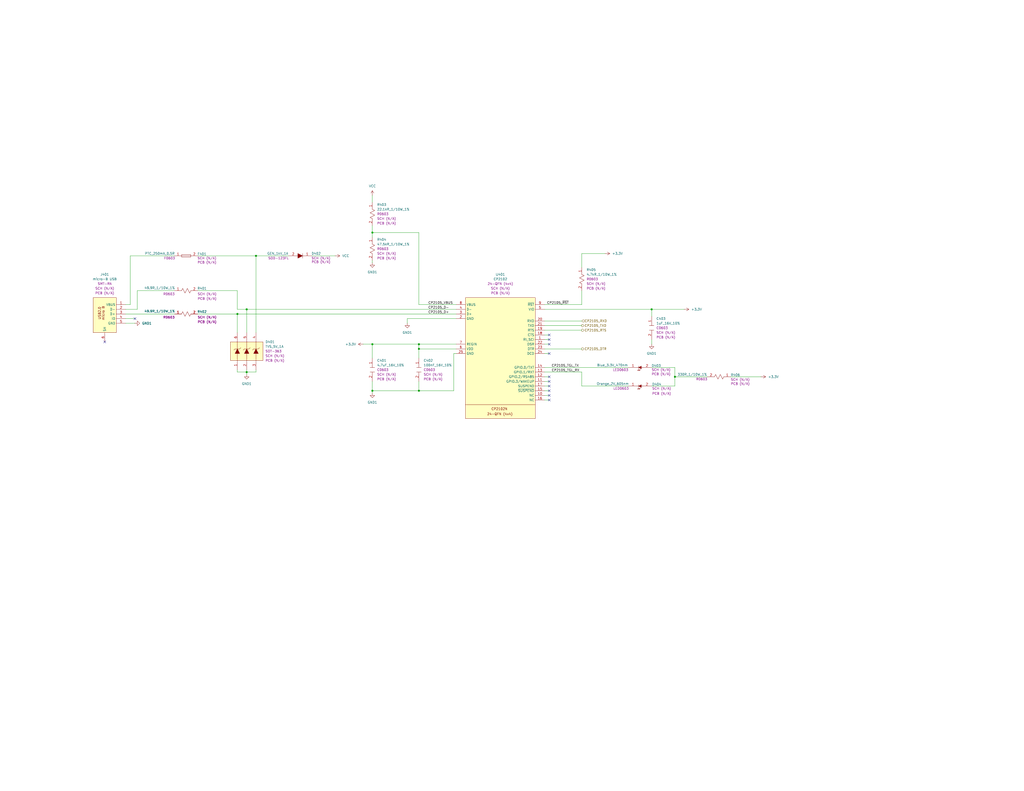
<source format=kicad_sch>
(kicad_sch (version 20231120) (generator "eeschema") (generator_version "8.0")
  (paper "C")
  (title_block (comment 2 "RELEASED"))
  (lib_symbols
    (symbol "_SCHLIB_ESP32-IsoLink:CAP_MLCC_100nF_16V_10%_X7R_C0603" (exclude_from_sim yes)
      (property "Reference" "C" (at 2.794 3.81 0))
      (property "Value" "100nF_16V_10%" (at 2.794 6.096 0))
      (property "Package" "C0603" (at 2.794 11.43 0))
      (property "SCH CHECK" "SCH (N/A)" (at 2.794 16.256 0))
      (property "PCB CHECk" "PCB (N/A)" (at 2.794 19.05 0))
      (symbol "CAP_MLCC_100nF_16V_10%_X7R_C0603_1_1"
        (pin passive line (at 0 0 0) (length 5.08) (name "") (number "1"))
        (pin passive line (at 12.7 0 180) (length 5.08) (name "") (number "2"))
      )
    )
    (symbol "_SCHLIB_ESP32-IsoLink:CAP_MLCC_1uF_16V_10%_X7R_C0603" (exclude_from_sim yes)
      (property "Reference" "C" (at 2.794 3.81 0))
      (property "Value" "1uF_16V_10%" (at 2.794 6.096 0))
      (property "Package" "C0603" (at 2.794 11.43 0))
      (property "SCH CHECK" "SCH (N/A)" (at 2.794 16.256 0))
      (property "PCB CHECk" "PCB (N/A)" (at 2.794 19.05 0))
      (symbol "CAP_MLCC_1uF_16V_10%_X7R_C0603_1_1"
        (pin passive line (at 0 0 0) (length 5.08) (name "") (number "1"))
        (pin passive line (at 12.7 0 180) (length 5.08) (name "") (number "2"))
      )
    )
    (symbol "_SCHLIB_ESP32-IsoLink:CAP_MLCC_4.7uF_16V_10%_X5R_C0603" (exclude_from_sim yes)
      (property "Reference" "C" (at 2.794 3.81 0))
      (property "Value" "4.7uF_16V_10%" (at 2.794 6.096 0))
      (property "Package" "C0603" (at 2.794 11.43 0))
      (property "SCH CHECK" "SCH (N/A)" (at 2.794 16.256 0))
      (property "PCB CHECk" "PCB (N/A)" (at 2.794 19.05 0))
      (symbol "CAP_MLCC_4.7uF_16V_10%_X5R_C0603_1_1"
        (pin passive line (at 0 0 0) (length 5.08) (name "") (number "1"))
        (pin passive line (at 12.7 0 180) (length 5.08) (name "") (number "2"))
      )
    )
    (symbol "_SCHLIB_ESP32-IsoLink:CONN_USB_10118194-0001LF_micro-B_USB2.0_5P_SMT-RA" (exclude_from_sim yes)
      (property "Reference" "J" (at 2.794 3.81 0))
      (property "Value" "micro-B USB" (at 2.794 6.096 0))
      (property "Package" "SMT-RA" (at 2.794 11.43 0))
      (property "SCH CHECK" "SCH (N/A)" (at 2.794 16.256 0))
      (property "PCB CHECk" "PCB (N/A)" (at 2.794 19.05 0))
      (symbol "CONN_USB_10118194-0001LF_micro-B_USB2.0_5P_SMT-RA_1_1"
        (text "USB2.0\nmicro B" (at 4.572 -8.382 900) (effects (font (size 1.27 1.27))))
        (pin passive line (at 17.78 -3.81 180) (length 5.08) (name "VBUS") (number "1"))
        (pin passive line (at 17.78 -6.35 180) (length 5.08) (name "D-") (number "2"))
        (pin passive line (at 17.78 -8.89 180) (length 5.08) (name "D+") (number "3"))
        (pin passive line (at 17.78 -11.43 180) (length 5.08) (name "ID") (number "4"))
        (pin passive line (at 17.78 -13.97 180) (length 5.08) (name "GND") (number "5"))
        (pin passive line (at 6.35 -24.13 90) (length 5.08) (name "SH") (number "6"))
      )
    )
    (symbol "_SCHLIB_ESP32-IsoLink:DIODE_GEN_SL1M_1kV_1A_1.1V@1A_SOD-123FL" (exclude_from_sim yes)
      (property "Reference" "D" (at 2.794 3.81 0))
      (property "Value" "GEN_1kV_1A" (at 2.794 6.096 0))
      (property "Package" "SOD-123FL" (at 2.794 11.43 0))
      (property "SCH CHECK" "SCH (N/A)" (at 2.794 16.256 0))
      (property "PCB CHECk" "PCB (N/A)" (at 2.794 19.05 0))
      (symbol "DIODE_GEN_SL1M_1kV_1A_1.1V@1A_SOD-123FL_1_1"
        (pin passive line (at 12.7 0 180) (length 5.08) (name "") (number "1"))
        (pin passive line (at 0 0 0) (length 5.08) (name "") (number "2"))
      )
    )
    (symbol "_SCHLIB_ESP32-IsoLink:DIODE_LED_Blue_3.3V_20mA_470nm_LED0603" (exclude_from_sim yes)
      (property "Reference" "D" (at 2.794 3.81 0))
      (property "Value" "Blue_3.3V_470nm" (at 2.794 6.096 0))
      (property "Package" "LED0603" (at 2.794 11.43 0))
      (property "SCH CHECK" "SCH (N/A)" (at 2.794 16.256 0))
      (property "PCB CHECk" "PCB (N/A)" (at 2.794 19.05 0))
      (symbol "DIODE_LED_Blue_3.3V_20mA_470nm_LED0603_1_1"
        (pin passive line (at 12.7 0 180) (length 5.08) (name "") (number "1"))
        (pin passive line (at 0 0 0) (length 5.08) (name "") (number "2"))
      )
    )
    (symbol "_SCHLIB_ESP32-IsoLink:DIODE_LED_Orange_2V_20mA_605nm_LED0603" (exclude_from_sim yes)
      (property "Reference" "D" (at 2.794 3.81 0))
      (property "Value" "Orange_2V_605nm" (at 2.794 6.096 0))
      (property "Package" "LED0603" (at 2.794 11.43 0))
      (property "SCH CHECK" "SCH (N/A)" (at 2.794 16.256 0))
      (property "PCB CHECk" "PCB (N/A)" (at 2.794 19.05 0))
      (symbol "DIODE_LED_Orange_2V_20mA_605nm_LED0603_1_1"
        (pin passive line (at 12.7 0 180) (length 5.08) (name "") (number "1"))
        (pin passive line (at 0 0 0) (length 5.08) (name "") (number "2"))
      )
    )
    (symbol "_SCHLIB_ESP32-IsoLink:DIODE_TVS_PE4105C3C6_Zener_Uni-Dir_3CH_5V_6V_1A(8/20us)_SOT-363" (exclude_from_sim yes)
      (property "Reference" "D" (at 2.794 3.81 0))
      (property "Value" "TVS_5V_1A" (at 2.794 6.096 0))
      (property "Package" "SOT-363" (at 2.794 11.43 0))
      (property "SCH CHECK" "SCH (N/A)" (at 2.794 16.256 0))
      (property "PCB CHECk" "PCB (N/A)" (at 2.794 19.05 0))
      (symbol "DIODE_TVS_PE4105C3C6_Zener_Uni-Dir_3CH_5V_6V_1A(8/20us)_SOT-363_1_1"
        (pin passive line (at -5.08 -3.81 0) (length 5.08) (name "") (number "1"))
        (pin passive line (at -5.08 -8.89 0) (length 5.08) (name "") (number "2"))
        (pin passive line (at -5.08 -13.97 0) (length 5.08) (name "") (number "3"))
        (pin passive line (at 15.24 -13.97 180) (length 5.08) (name "") (number "4"))
        (pin passive line (at 15.24 -8.89 180) (length 5.08) (name "") (number "5"))
        (pin passive line (at 15.24 -3.81 180) (length 5.08) (name "") (number "6"))
      )
    )
    (symbol "_SCHLIB_ESP32-IsoLink:FUSE_PTC_SMD0603B025TF_250mA_9V_0.5Ohm_F0603" (exclude_from_sim yes)
      (property "Reference" "F" (at 2.794 3.81 0))
      (property "Value" "PTC_250mA_0.5R" (at 2.794 6.096 0))
      (property "Package" "F0603" (at 2.794 11.43 0))
      (property "SCH CHECK" "SCH (N/A)" (at 2.794 16.256 0))
      (property "PCB CHECk" "PCB (N/A)" (at 2.794 19.05 0))
      (symbol "FUSE_PTC_SMD0603B025TF_250mA_9V_0.5Ohm_F0603_1_1"
        (pin passive line (at 0 0 0) (length 3.81) (name "") (number "1"))
        (pin passive line (at 12.7 0 180) (length 3.81) (name "") (number "2"))
      )
    )
    (symbol "_SCHLIB_ESP32-IsoLink:IC_Bridge_CP2102N_USB-to-UART_USB 2.0_24-QFN (4x4)" (exclude_from_sim yes)
      (property "Reference" "U" (at 2.794 3.81 0))
      (property "Value" "CP2102" (at 2.794 6.096 0))
      (property "Package" "24-QFN (4x4)" (at 2.794 11.43 0))
      (property "SCH CHECK" "SCH (N/A)" (at 2.794 16.256 0))
      (property "PCB CHECk" "PCB (N/A)" (at 2.794 19.05 0))
      (symbol "IC_Bridge_CP2102N_USB-to-UART_USB 2.0_24-QFN (4x4)_1_0"
        (pin passive line (at -5.08 -30.48 0) (length 5.08) (name "GND") (number "25"))
      )
      (symbol "IC_Bridge_CP2102N_USB-to-UART_USB 2.0_24-QFN (4x4)_1_1"
        (text "24-QFN (4x4)" (at 18.796 -63.5 0) (effects (font (size 1.27 1.27))))
        (text "CP2102N" (at 18.542 -60.706 0) (effects (font (size 1.27 1.27))))
        (pin passive line (at 43.18 -22.86 180) (length 5.08) (name "RI_SCI") (number "1"))
        (pin passive line (at 43.18 -53.34 180) (length 5.08) (name "NC") (number "10"))
        (pin passive line (at 43.18 -45.72 180) (length 5.08) (name "GPIO.3/WAKEUP") (number "11"))
        (pin passive line (at 43.18 -43.18 180) (length 5.08) (name "GPIO.2/RS485") (number "12"))
        (pin passive line (at 43.18 -40.64 180) (length 5.08) (name "GPIO.1/RXT") (number "13"))
        (pin passive line (at 43.18 -38.1 180) (length 5.08) (name "GPIO.0/TXT") (number "14"))
        (pin passive line (at 43.18 -50.8 180) (length 5.08) (name "~{SUSPEND}") (number "15"))
        (pin passive line (at 43.18 -55.88 180) (length 5.08) (name "NC") (number "16"))
        (pin passive line (at 43.18 -48.26 180) (length 5.08) (name "SUSPEND") (number "17"))
        (pin passive line (at 43.18 -20.32 180) (length 5.08) (name "CTS") (number "18"))
        (pin passive line (at 43.18 -17.78 180) (length 5.08) (name "RTS") (number "19"))
        (pin passive line (at -5.08 -11.43 0) (length 5.08) (name "GND") (number "2"))
        (pin passive line (at 43.18 -12.7 180) (length 5.08) (name "RXD") (number "20"))
        (pin passive line (at 43.18 -15.24 180) (length 5.08) (name "TXD") (number "21"))
        (pin passive line (at 43.18 -25.4 180) (length 5.08) (name "DSR") (number "22"))
        (pin passive line (at 43.18 -27.94 180) (length 5.08) (name "DTR") (number "23"))
        (pin passive line (at 43.18 -30.48 180) (length 5.08) (name "DCD") (number "24"))
        (pin passive line (at -5.08 -8.89 0) (length 5.08) (name "D+") (number "3"))
        (pin passive line (at -5.08 -6.35 0) (length 5.08) (name "D-") (number "4"))
        (pin passive line (at 43.18 -6.35 180) (length 5.08) (name "VIO") (number "5"))
        (pin passive line (at -5.08 -27.94 0) (length 5.08) (name "VDD") (number "6"))
        (pin passive line (at -5.08 -25.4 0) (length 5.08) (name "REGIN") (number "7"))
        (pin passive line (at -5.08 -3.81 0) (length 5.08) (name "VBUS") (number "8"))
        (pin passive line (at 43.18 -3.81 180) (length 5.08) (name "~{RST}") (number "9"))
      )
    )
    (symbol "_SCHLIB_ESP32-IsoLink:RES_22.1kR_1/10W_1%_R0603" (exclude_from_sim yes)
      (property "Reference" "R" (at 2.794 3.81 0))
      (property "Value" "22.1kR_1/10W_1%" (at 2.794 6.096 0))
      (property "Package" "R0603" (at 2.794 11.43 0))
      (property "SCH CHECK" "SCH (N/A)" (at 2.794 16.256 0))
      (property "PCB CHECk" "PCB (N/A)" (at 2.794 19.05 0))
      (symbol "RES_22.1kR_1/10W_1%_R0603_1_1"
        (pin passive line (at 0 0 0) (length 3.81) (name "") (number "1"))
        (pin passive line (at 12.7 0 180) (length 3.81) (name "") (number "2"))
      )
    )
    (symbol "_SCHLIB_ESP32-IsoLink:RES_330R_1/10W_1%_R0603" (exclude_from_sim yes)
      (property "Reference" "R" (at 2.794 3.81 0))
      (property "Value" "330R_1/10W_1%" (at 2.794 6.096 0))
      (property "Package" "R0603" (at 2.794 11.43 0))
      (property "SCH CHECK" "SCH (N/A)" (at 2.794 16.256 0))
      (property "PCB CHECk" "PCB (N/A)" (at 2.794 19.05 0))
      (symbol "RES_330R_1/10W_1%_R0603_1_1"
        (pin passive line (at 0 0 0) (length 3.81) (name "") (number "1"))
        (pin passive line (at 12.7 0 180) (length 3.81) (name "") (number "2"))
      )
    )
    (symbol "_SCHLIB_ESP32-IsoLink:RES_4.7kR_1/10W_1%_R0603" (exclude_from_sim yes)
      (property "Reference" "R" (at 2.794 3.81 0))
      (property "Value" "4.7kR_1/10W_1%" (at 2.794 6.096 0))
      (property "Package" "R0603" (at 2.794 11.43 0))
      (property "SCH CHECK" "SCH (N/A)" (at 2.794 16.256 0))
      (property "PCB CHECk" "PCB (N/A)" (at 2.794 19.05 0))
      (symbol "RES_4.7kR_1/10W_1%_R0603_1_1"
        (pin passive line (at 0 0 0) (length 3.81) (name "") (number "1"))
        (pin passive line (at 12.7 0 180) (length 3.81) (name "") (number "2"))
      )
    )
    (symbol "_SCHLIB_ESP32-IsoLink:RES_47.5kR_1/10W_1%_R0603" (exclude_from_sim yes)
      (property "Reference" "R" (at 2.794 3.81 0))
      (property "Value" "47.5kR_1/10W_1%" (at 2.794 6.096 0))
      (property "Package" "R0603" (at 2.794 11.43 0))
      (property "SCH CHECK" "SCH (N/A)" (at 2.794 16.256 0))
      (property "PCB CHECk" "PCB (N/A)" (at 2.794 19.05 0))
      (symbol "RES_47.5kR_1/10W_1%_R0603_1_1"
        (pin passive line (at 0 0 0) (length 3.81) (name "") (number "1"))
        (pin passive line (at 12.7 0 180) (length 3.81) (name "") (number "2"))
      )
    )
    (symbol "_SCHLIB_ESP32-IsoLink:RES_49.9R_1/10W_1%_R0603" (exclude_from_sim yes)
      (property "Reference" "R" (at 2.794 3.81 0))
      (property "Value" "49.9R_1/10W_1%" (at 2.794 6.096 0))
      (property "Package" "R0603" (at 2.794 11.43 0))
      (property "SCH CHECK" "SCH (N/A)" (at 2.794 16.256 0))
      (property "PCB CHECk" "PCB (N/A)" (at 2.794 19.05 0))
      (symbol "RES_49.9R_1/10W_1%_R0603_1_1"
        (pin passive line (at 0 0 0) (length 3.81) (name "") (number "1"))
        (pin passive line (at 12.7 0 180) (length 3.81) (name "") (number "2"))
      )
    )
    (symbol "power:+3.3V" (power) (pin_numbers hide) (pin_names (offset 0) hide)
      (property "Value" "+3.3V" (at 0 3.556 0))
      (symbol "+3.3V_1_1"
        (pin power_in line (at 0 0 90) (length 0) (name "~") (number "1"))
      )
    )
    (symbol "power:GND1" (power) (pin_numbers hide) (pin_names (offset 0) hide)
      (property "Value" "GND1" (at 0 -3.81 0))
      (symbol "GND1_1_1"
        (pin power_in line (at 0 0 270) (length 0) (name "~") (number "1"))
      )
    )
    (symbol "power:VCC" (power) (pin_numbers hide) (pin_names (offset 0) hide)
      (property "Value" "VCC" (at 0 3.556 0))
      (symbol "VCC_1_1"
        (pin power_in line (at 0 0 90) (length 0) (name "~") (number "1"))
      )
    )
  )
  (junction (at 368.3 205.74))
  (junction (at 355.6 168.91))
  (junction (at 134.62 168.91))
  (junction (at 203.2 187.96))
  (junction (at 129.54 171.45))
  (junction (at 203.2 213.36))
  (junction (at 203.2 127))
  (junction (at 228.6 213.36))
  (junction (at 134.62 203.2))
  (junction (at 228.6 187.96))
  (junction (at 228.6 190.5))
  (junction (at 139.7 139.7))
  (no_connect (at 299.72 193.04))
  (no_connect (at 299.72 210.82))
  (no_connect (at 73.66 173.99))
  (no_connect (at 299.72 187.96))
  (no_connect (at 299.72 215.9))
  (no_connect (at 299.72 182.88))
  (no_connect (at 57.15 186.69))
  (no_connect (at 299.72 213.36))
  (no_connect (at 299.72 185.42))
  (no_connect (at 299.72 205.74))
  (no_connect (at 299.72 208.28))
  (no_connect (at 299.72 218.44))
  (wire (pts (xy 355.6 210.82) (xy 368.3 210.82)))
  (wire (pts (xy 74.93 158.75) (xy 95.25 158.75)))
  (wire (pts (xy 297.18 175.26) (xy 317.5 175.26)))
  (wire (pts (xy 139.7 203.2) (xy 134.62 203.2)))
  (wire (pts (xy 415.29 205.74) (xy 398.78 205.74)))
  (wire (pts (xy 317.5 138.43) (xy 317.5 146.05)))
  (wire (pts (xy 247.65 213.36) (xy 228.6 213.36)))
  (wire (pts (xy 297.18 177.8) (xy 317.5 177.8)))
  (wire (pts (xy 134.62 203.2) (xy 134.62 204.47)))
  (wire (pts (xy 228.6 187.96) (xy 203.2 187.96)))
  (wire (pts (xy 368.3 205.74) (xy 368.3 210.82)))
  (wire (pts (xy 299.72 185.42) (xy 297.18 185.42)))
  (wire (pts (xy 129.54 171.45) (xy 248.92 171.45)))
  (wire (pts (xy 299.72 210.82) (xy 297.18 210.82)))
  (wire (pts (xy 228.6 166.37) (xy 228.6 127)))
  (wire (pts (xy 368.3 200.66) (xy 368.3 205.74)))
  (wire (pts (xy 129.54 158.75) (xy 129.54 168.91)))
  (wire (pts (xy 203.2 127) (xy 203.2 129.54)))
  (wire (pts (xy 228.6 166.37) (xy 248.92 166.37)))
  (wire (pts (xy 73.66 173.99) (xy 68.58 173.99)))
  (wire (pts (xy 71.12 166.37) (xy 71.12 139.7)))
  (wire (pts (xy 297.18 190.5) (xy 317.5 190.5)))
  (wire (pts (xy 203.2 123.19) (xy 203.2 127)))
  (wire (pts (xy 355.6 168.91) (xy 355.6 172.72)))
  (wire (pts (xy 297.18 166.37) (xy 317.5 166.37)))
  (wire (pts (xy 203.2 143.51) (xy 203.2 142.24)))
  (wire (pts (xy 73.66 176.53) (xy 68.58 176.53)))
  (wire (pts (xy 342.9 210.82) (xy 317.5 210.82)))
  (wire (pts (xy 222.25 173.99) (xy 248.92 173.99)))
  (wire (pts (xy 222.25 176.53) (xy 222.25 173.99)))
  (wire (pts (xy 297.18 203.2) (xy 317.5 203.2)))
  (wire (pts (xy 299.72 208.28) (xy 297.18 208.28)))
  (wire (pts (xy 71.12 139.7) (xy 95.25 139.7)))
  (wire (pts (xy 203.2 127) (xy 228.6 127)))
  (wire (pts (xy 228.6 190.5) (xy 228.6 195.58)))
  (wire (pts (xy 139.7 139.7) (xy 139.7 181.61)))
  (wire (pts (xy 297.18 168.91) (xy 355.6 168.91)))
  (wire (pts (xy 228.6 190.5) (xy 248.92 190.5)))
  (wire (pts (xy 299.72 213.36) (xy 297.18 213.36)))
  (wire (pts (xy 247.65 193.04) (xy 247.65 213.36)))
  (wire (pts (xy 74.93 158.75) (xy 74.93 168.91)))
  (wire (pts (xy 203.2 213.36) (xy 203.2 214.63)))
  (wire (pts (xy 203.2 213.36) (xy 228.6 213.36)))
  (wire (pts (xy 299.72 193.04) (xy 297.18 193.04)))
  (wire (pts (xy 139.7 139.7) (xy 157.48 139.7)))
  (wire (pts (xy 355.6 187.96) (xy 355.6 185.42)))
  (wire (pts (xy 129.54 171.45) (xy 129.54 181.61)))
  (wire (pts (xy 297.18 180.34) (xy 317.5 180.34)))
  (wire (pts (xy 368.3 200.66) (xy 355.6 200.66)))
  (wire (pts (xy 129.54 203.2) (xy 134.62 203.2)))
  (wire (pts (xy 129.54 201.93) (xy 129.54 203.2)))
  (wire (pts (xy 299.72 218.44) (xy 297.18 218.44)))
  (wire (pts (xy 170.18 139.7) (xy 182.88 139.7)))
  (wire (pts (xy 107.95 139.7) (xy 139.7 139.7)))
  (wire (pts (xy 203.2 187.96) (xy 203.2 195.58)))
  (wire (pts (xy 297.18 200.66) (xy 342.9 200.66)))
  (wire (pts (xy 299.72 182.88) (xy 297.18 182.88)))
  (wire (pts (xy 134.62 168.91) (xy 134.62 181.61)))
  (wire (pts (xy 107.95 158.75) (xy 129.54 158.75)))
  (wire (pts (xy 203.2 106.68) (xy 203.2 110.49)))
  (wire (pts (xy 248.92 193.04) (xy 247.65 193.04)))
  (wire (pts (xy 317.5 158.75) (xy 317.5 166.37)))
  (wire (pts (xy 355.6 168.91) (xy 373.38 168.91)))
  (wire (pts (xy 299.72 205.74) (xy 297.18 205.74)))
  (wire (pts (xy 368.3 205.74) (xy 386.08 205.74)))
  (wire (pts (xy 198.12 187.96) (xy 203.2 187.96)))
  (wire (pts (xy 68.58 171.45) (xy 95.25 171.45)))
  (wire (pts (xy 330.2 138.43) (xy 317.5 138.43)))
  (wire (pts (xy 107.95 171.45) (xy 129.54 171.45)))
  (wire (pts (xy 248.92 187.96) (xy 228.6 187.96)))
  (wire (pts (xy 74.93 168.91) (xy 68.58 168.91)))
  (wire (pts (xy 228.6 187.96) (xy 228.6 190.5)))
  (wire (pts (xy 134.62 201.93) (xy 134.62 203.2)))
  (wire (pts (xy 68.58 166.37) (xy 71.12 166.37)))
  (wire (pts (xy 317.5 203.2) (xy 317.5 210.82)))
  (wire (pts (xy 203.2 213.36) (xy 203.2 208.28)))
  (wire (pts (xy 139.7 201.93) (xy 139.7 203.2)))
  (wire (pts (xy 299.72 187.96) (xy 297.18 187.96)))
  (wire (pts (xy 228.6 208.28) (xy 228.6 213.36)))
  (wire (pts (xy 299.72 215.9) (xy 297.18 215.9)))
  (wire (pts (xy 134.62 168.91) (xy 248.92 168.91)))
  (wire (pts (xy 129.54 168.91) (xy 134.62 168.91)))
  (label "CP2105_VBUS" (at 233.68 166.37 0))
  (label "CP2105_D+" (at 233.68 171.45 0))
  (label "CP2105_D-" (at 233.68 168.91 0))
  (label "CP2105_TGL_TX" (at 300.99 200.66 0))
  (label "CP2105_TGL_RX" (at 300.99 203.2 0))
  (label "CP2105_~{RST}" (at 298.45 166.37 0))
  (hierarchical_label "CP2105_TXD" (shape output) (at 317.5 177.8 0))
  (hierarchical_label "CP2105_RTS" (shape output) (at 317.5 180.34 0))
  (hierarchical_label "CP2105_RXD" (shape input) (at 317.5 175.26 0))
  (hierarchical_label "CP2105_DTR" (shape output) (at 317.5 190.5 0))
  (symbol (lib_id "_SCHLIB_ESP32-IsoLink:CONN_USB_10118194-0001LF_micro-B_USB2.0_5P_SMT-RA") (at 50.8 162.56 0) (unit 1) (exclude_from_sim yes)
    (property "Reference" "J401" (at 57.15 149.86 0))
    (property "Value" "micro-B USB" (at 57.15 152.4 0))
    (property "Footprint" "_PCBLIB_ESP32-IsoLink:USB_Micro-B_Amphenol_10118194_Horizontal" (effects (hide yes)))
    (property "Datasheet" "https://cdn.amphenol-cs.com/media/wysiwyg/files/documentation/datasheet/inputoutput/io_usb_micro.pdf" (effects (hide yes)))
    (property "Description" "USB - micro B USB 2.0 Receptacle Connector 5 Position Surface Mount, Right Angle; Through Hole" (effects (hide yes)))
    (property "Package" "SMT-RA" (at 57.15 154.94 0))
    (property "Manufacturer 1" "Amphenol ICC (FCI)" (effects (hide yes)))
    (property "MPN 1" "10118194-0001LF" (effects (hide yes)))
    (property "Vendor 1 Part# - TR" "609-4618-2-ND" (effects (hide yes)))
    (property "Vendor 1 Part# - CT" "609-4618-1-ND" (effects (hide yes)))
    (property "Vendor 1" "Digikey" (effects (hide yes)))
    (property "Purchase Link 1" "https://www.digikey.ca/en/products/detail/amphenol-cs-fci/10118194-0001LF/2785389" (effects (hide yes)))
    (property "Manufacturer 2" "Amphenol ICC" (effects (hide yes)))
    (property "MPN 2" "10118194-0001LF" (effects (hide yes)))
    (property "Vendor 2 Part# - TR" "C132563" (effects (hide yes)))
    (property "Vendor 2 Part# - CT" "C132563" (effects (hide yes)))
    (property "Vendor 2" "LCSC Electronics" (effects (hide yes)))
    (property "Purchase Link 2" "https://www.lcsc.com/product-detail/USB-Connectors_Amphenol-ICC-10118194-0001LF_C132563.html?s_z=n_10118194-0001LF" (effects (hide yes)))
    (property "SCH CHECK" "SCH (N/A)" (at 57.15 157.48 0))
    (property "PCB CHECk" "PCB (N/A)" (at 57.15 160.02 0))
  )
  (symbol (lib_id "_SCHLIB_ESP32-IsoLink:CAP_MLCC_1uF_16V_10%_X7R_C0603") (at 355.6 172.72 270) (unit 1) (exclude_from_sim yes)
    (property "Reference" "C403" (at 358.14 173.9899 90) (effects (justify left)))
    (property "Value" "1uF_16V_10%" (at 358.14 176.5299 90) (effects (justify left)))
    (property "Footprint" "_PCBLIB_ESP32-IsoLink:C_0603_1608Metric" (effects (hide yes)))
    (property "Datasheet" "https://weblib.samsungsem.com/mlcc/mlcc-ec-data-sheet.do?partNumber=CL10B105KO8NNN" (effects (hide yes)))
    (property "Description" "1 µF ±10% 16V Ceramic Capacitor X7R 0603 (1608 Metric)" (effects (hide yes)))
    (property "Package" "C0603" (at 358.14 179.0699 90) (effects (justify left)))
    (property "Manufacturer 1" "Samsung Electro-Mechanics" (effects (hide yes)))
    (property "MPN 1" "CL10B105KO8NNNC" (effects (hide yes)))
    (property "Vendor 1 Part# - TR" "1276-1019-2-ND" (effects (hide yes)))
    (property "Vendor 1 Part# - CT" "1276-1019-1-ND" (effects (hide yes)))
    (property "Vendor 1" "Digikey" (effects (hide yes)))
    (property "Purchase Link 1" "https://www.digikey.ca/en/products/detail/samsung-electro-mechanics/CL10B105KO8NNNC/3886677" (effects (hide yes)))
    (property "Manufacturer 2" "Samsung Electro-Mechanics" (effects (hide yes)))
    (property "MPN 2" "CL10B105KO8NNNC" (effects (hide yes)))
    (property "Vendor 2 Part# - TR" "CL10B105KO8NNNC" (effects (hide yes)))
    (property "Vendor 2 Part# - CT" "CL10B105KO8NNNC" (effects (hide yes)))
    (property "Vendor 2" "LCSC Electronics" (effects (hide yes)))
    (property "Purchase Link 2" "https://www.lcsc.com/product-detail/Multilayer-Ceramic-Capacitors-MLCC-SMD-SMT_Samsung-Electro-Mechanics-CL10B105KO8NNNC_C59782.html?s_z=n_CL10B105KO8NNNC" (effects (hide yes)))
    (property "SCH CHECK" "SCH (N/A)" (at 358.14 181.6099 90) (effects (justify left)))
    (property "PCB CHECk" "PCB (N/A)" (at 358.14 184.1499 90) (effects (justify left)))
  )
  (symbol (lib_id "_SCHLIB_ESP32-IsoLink:RES_22.1kR_1/10W_1%_R0603") (at 203.2 110.49 270) (unit 1) (exclude_from_sim yes)
    (property "Reference" "R403" (at 205.74 111.7599 90) (effects (justify left)))
    (property "Value" "22.1kR_1/10W_1%" (at 205.74 114.2999 90) (effects (justify left)))
    (property "Footprint" "_PCBLIB_ESP32-IsoLink:R_0603_1608Metric" (effects (hide yes)))
    (property "Datasheet" "https://www.seielect.com/catalog/sei-rmcf_rmcp.pdf" (effects (hide yes)))
    (property "Description" "22.1 kOhms ±1% 0.1W, 1/10W Chip Resistor 0603 (1608 Metric) Automotive AEC-Q200 Thick Film" (effects (hide yes)))
    (property "Package" "R0603" (at 205.74 116.8399 90) (effects (justify left)))
    (property "Manufacturer 1" "Stackpole Electronics Inc" (effects (hide yes)))
    (property "MPN 1" "RMCF0603FT22K1" (effects (hide yes)))
    (property "Vendor 1 Part# - TR" "RMCF0603FT22K1TR-ND" (effects (hide yes)))
    (property "Vendor 1 Part# - CT" "RMCF0603FT22K1CT-ND" (effects (hide yes)))
    (property "Vendor 1" "Digikey" (effects (hide yes)))
    (property "Purchase Link 1" "https://www.digikey.ca/en/products/detail/stackpole-electronics-inc/RMCF0603FT22K1/1760764" (effects (hide yes)))
    (property "Manufacturer 2" "YAGEO" (effects (hide yes)))
    (property "MPN 2" "RC0603FR-0722K1L" (effects (hide yes)))
    (property "Vendor 2 Part# - TR" "C137768" (effects (hide yes)))
    (property "Vendor 2 Part# - CT" "C137768" (effects (hide yes)))
    (property "Vendor 2" "LCSC Electronics" (effects (hide yes)))
    (property "Purchase Link 2" "https://www.lcsc.com/product-detail/Chip-Resistor-Surface-Mount_YAGEO-RC0603FR-0722K1L_C137768.html" (effects (hide yes)))
    (property "SCH CHECK" "SCH (N/A)" (at 205.74 119.3799 90) (effects (justify left)))
    (property "PCB CHECk" "PCB (N/A)" (at 205.74 121.9199 90) (effects (justify left)))
  )
  (symbol (lib_id "power:+3.3V") (at 330.2 138.43 270) (unit 1)
    (property "Reference" "#PWR0409" (effects (hide yes)))
    (property "Value" "+3.3V" (at 334.01 138.4299 90) (effects (justify left)))
    (property "Description" "Power symbol creates a global label with name \"+3.3V\"" (effects (hide yes)))
  )
  (symbol (lib_id "power:GND1") (at 203.2 214.63 0) (unit 1)
    (property "Reference" "#PWR0407" (effects (hide yes)))
    (property "Value" "GND1" (at 203.2 219.71 0))
    (property "Description" "Power symbol creates a global label with name \"GND1\" , ground" (effects (hide yes)))
  )
  (symbol (lib_id "power:GND1") (at 222.25 176.53 0) (unit 1)
    (property "Reference" "#PWR0408" (effects (hide yes)))
    (property "Value" "GND1" (at 222.25 181.61 0))
    (property "Description" "Power symbol creates a global label with name \"GND1\" , ground" (effects (hide yes)))
  )
  (symbol (lib_id "_SCHLIB_ESP32-IsoLink:DIODE_LED_Blue_3.3V_20mA_470nm_LED0603") (at 355.6 200.66 180) (unit 1) (exclude_from_sim yes)
    (property "Reference" "D403" (at 360.68 199.644 0) (effects (justify left)))
    (property "Value" "Blue_3.3V_470nm" (at 342.646 199.39 0) (effects (justify left)))
    (property "Footprint" "_PCBLIB_ESP32-IsoLink:LED_0603_1608Metric" (effects (hide yes)))
    (property "Datasheet" "https://mm.digikey.com/Volume0/opasdata/d220001/medias/docus/3629/B1931NB--20C007614U1930.pdf" (effects (hide yes)))
    (property "Description" "Blue 470nm LED Indication - Discrete 3.3V 0603 (1608 Metric)" (effects (hide yes)))
    (property "Package" "LED0603" (at 342.9 201.93 0) (effects (justify left)))
    (property "Manufacturer 1" "Harvatek Corporation" (effects (hide yes)))
    (property "MPN 1" "B1931NB--20C007614U1930" (effects (hide yes)))
    (property "Vendor 1 Part# - TR" "3147-B1931NB--20C007614U1930TR-ND" (effects (hide yes)))
    (property "Vendor 1 Part# - CT" "3147-B1931NB--20C007614U1930CT-ND" (effects (hide yes)))
    (property "Vendor 1" "Digikey" (effects (hide yes)))
    (property "Purchase Link 1" "https://www.digikey.ca/en/products/detail/harvatek-corporation/B1931NB-20C007614U1930/15861263" (effects (hide yes)))
    (property "Manufacturer 2" "TUOZHAN" (effects (hide yes)))
    (property "MPN 2" "F.0603.00007/P2-0603B2TS2-06T-002" (effects (hide yes)))
    (property "Vendor 2 Part# - TR" "C7496809" (effects (hide yes)))
    (property "Vendor 2 Part# - CT" "C7496809" (effects (hide yes)))
    (property "Vendor 2" "LCSC Electronics" (effects (hide yes)))
    (property "Purchase Link 2" "https://www.lcsc.com/product-detail/LED-Indication-Discrete_TUOZHAN-F-0603-00007-P2-0603B2TS2-06T-002_C7496809.html?s_z=n_LED" (effects (hide yes)))
    (property "SCH CHECK" "SCH (N/A)" (at 366.014 201.93 0) (effects (justify left)))
    (property "PCB CHECk" "PCB (N/A)" (at 366.014 204.216 0) (effects (justify left)))
  )
  (symbol (lib_id "_SCHLIB_ESP32-IsoLink:RES_330R_1/10W_1%_R0603") (at 398.78 205.74 180) (unit 1) (exclude_from_sim yes)
    (property "Reference" "R406" (at 403.86 204.724 0) (effects (justify left)))
    (property "Value" "330R_1/10W_1%" (at 385.826 204.47 0) (effects (justify left)))
    (property "Footprint" "_PCBLIB_ESP32-IsoLink:R_0603_1608Metric" (effects (hide yes)))
    (property "Datasheet" "https://www.te.com/usa-en/product-1622918-1.datasheet.pdf" (effects (hide yes)))
    (property "Description" "330 Ohms ±1% 0.1W, 1/10W Chip Resistor 0603 (1608 Metric) Thick Film" (effects (hide yes)))
    (property "Package" "R0603" (at 386.08 207.01 0) (effects (justify left)))
    (property "Manufacturer 1" "TE Connectivity Passive Product" (effects (hide yes)))
    (property "MPN 1" "CRG0603F330R" (effects (hide yes)))
    (property "Vendor 1 Part# - TR" "A121525TR-ND" (effects (hide yes)))
    (property "Vendor 1 Part# - CT" "A121525CT-ND" (effects (hide yes)))
    (property "Vendor 1" "Digikey" (effects (hide yes)))
    (property "Purchase Link 1" "https://www.digikey.ca/en/products/detail/te-connectivity-passive-product/CRG0603F330R/2380765" (effects (hide yes)))
    (property "Manufacturer 2" "YAGEO" (effects (hide yes)))
    (property "MPN 2" "RC0603FR-07330RL" (effects (hide yes)))
    (property "Vendor 2 Part# - TR" "C105881" (effects (hide yes)))
    (property "Vendor 2 Part# - CT" "C105881" (effects (hide yes)))
    (property "Vendor 2" "LCSC Electronics" (effects (hide yes)))
    (property "Purchase Link 2" "https://www.lcsc.com/product-detail/Chip-Resistor-Surface-Mount_YAGEO-RC0603FR-07330RL_C105881.html" (effects (hide yes)))
    (property "SCH CHECK" "SCH (N/A)" (at 409.194 207.264 0) (effects (justify left)))
    (property "PCB CHECk" "PCB (N/A)" (at 409.194 209.55 0) (effects (justify left)))
  )
  (symbol (lib_id "_SCHLIB_ESP32-IsoLink:DIODE_TVS_PE4105C3C6_Zener_Uni-Dir_3CH_5V_6V_1A(8/20us)_SOT-363") (at 125.73 196.85 90) (unit 1) (exclude_from_sim yes)
    (property "Reference" "D401" (at 144.78 186.6899 90) (effects (justify right)))
    (property "Value" "TVS_5V_1A" (at 144.78 189.2299 90) (effects (justify right)))
    (property "Footprint" "_PCBLIB_ESP32-IsoLink:SOT-363_SC-70-6" (effects (hide yes)))
    (property "Datasheet" "https://www.panjit.com.tw/upload/datasheet/PE4105C3C6.pdf" (effects (hide yes)))
    (property "Description" "11V Clamp 13A (8/20µs) Ipp Tvs Diode Surface Mount SOT-363" (effects (hide yes)))
    (property "Package" "SOT-363" (at 144.78 191.7699 90) (effects (justify right)))
    (property "Manufacturer 1" "Panjit International Inc." (effects (hide yes)))
    (property "MPN 1" "PE4105C3C6_R1_00001" (effects (hide yes)))
    (property "Vendor 1 Part# - TR" "3757-PE4105C3C6_R1_00001TR-ND" (effects (hide yes)))
    (property "Vendor 1 Part# - CT" "3757-PE4105C3C6_R1_00001CT-ND" (effects (hide yes)))
    (property "Vendor 1" "Digikey" (effects (hide yes)))
    (property "Purchase Link 1" "https://www.digikey.ca/en/products/detail/panjit-international-inc/PE4105C3C6-R1-00001/15797360" (effects (hide yes)))
    (property "Manufacturer 2" "Slkor(SLKORMICRO Elec.)" (effects (hide yes)))
    (property "MPN 2" "SMF05CT" (effects (hide yes)))
    (property "Vendor 2 Part# - TR" "C513475" (effects (hide yes)))
    (property "Vendor 2 Part# - CT" "C513475" (effects (hide yes)))
    (property "Vendor 2" "LCSC Electronics" (effects (hide yes)))
    (property "Purchase Link 2" "https://www.lcsc.com/product-detail/ESD-and-Surge-Protection-TVS-ESD_Slkor-SLKORMICRO-Elec-SMF05CT_C513475.html" (effects (hide yes)))
    (property "SCH CHECK" "SCH (N/A)" (at 144.78 194.3099 90) (effects (justify right)))
    (property "PCB CHECk" "PCB (N/A)" (at 144.78 196.8499 90) (effects (justify right)))
  )
  (symbol (lib_id "_SCHLIB_ESP32-IsoLink:CAP_MLCC_100nF_16V_10%_X7R_C0603") (at 228.6 195.58 270) (unit 1) (exclude_from_sim yes)
    (property "Reference" "C402" (at 231.14 196.8499 90) (effects (justify left)))
    (property "Value" "100nF_16V_10%" (at 231.14 199.3899 90) (effects (justify left)))
    (property "Footprint" "_PCBLIB_ESP32-IsoLink:C_0603_1608Metric" (effects (hide yes)))
    (property "Datasheet" "https://mm.digikey.com/Volume0/opasdata/d220001/medias/docus/609/CL10B104KO8NNNC_Spec.pdf" (effects (hide yes)))
    (property "Description" "0.1 µF ±10% 16V Ceramic Capacitor X7R 0603 (1608 Metric)" (effects (hide yes)))
    (property "Package" "C0603" (at 231.14 201.9299 90) (effects (justify left)))
    (property "Manufacturer 1" "Samsung Electro-Mechanics" (effects (hide yes)))
    (property "MPN 1" "CL10B104KO8NNNC" (effects (hide yes)))
    (property "Vendor 1 Part# - TR" "1276-1005-2-ND" (effects (hide yes)))
    (property "Vendor 1 Part# - CT" "1276-1005-1-ND" (effects (hide yes)))
    (property "Vendor 1" "Digikey" (effects (hide yes)))
    (property "Purchase Link 1" "https://www.digikey.ca/en/products/detail/samsung-electro-mechanics/CL10B104KO8NNNC/3886663" (effects (hide yes)))
    (property "Manufacturer 2" "Samsung Electro-Mechanics" (effects (hide yes)))
    (property "MPN 2" "CL10B104KO8NNNC" (effects (hide yes)))
    (property "Vendor 2 Part# - TR" "C66501" (effects (hide yes)))
    (property "Vendor 2 Part# - CT" "C66501" (effects (hide yes)))
    (property "Vendor 2" "LCSC Electronics" (effects (hide yes)))
    (property "Purchase Link 2" "https://www.lcsc.com/product-detail/Multilayer-Ceramic-Capacitors-MLCC-SMD-SMT_Samsung-Electro-Mechanics-CL10B104KO8NNNC_C66501.html?s_z=n_CL10B104KO8NNNC" (effects (hide yes)))
    (property "SCH CHECK" "SCH (N/A)" (at 231.14 204.4699 90) (effects (justify left)))
    (property "PCB CHECk" "PCB (N/A)" (at 231.14 207.0099 90) (effects (justify left)))
  )
  (symbol (lib_id "power:GND1") (at 355.6 187.96 0) (unit 1)
    (property "Reference" "#PWR0410" (effects (hide yes)))
    (property "Value" "GND1" (at 355.6 193.04 0))
    (property "Description" "Power symbol creates a global label with name \"GND1\" , ground" (effects (hide yes)))
  )
  (symbol (lib_id "_SCHLIB_ESP32-IsoLink:RES_47.5kR_1/10W_1%_R0603") (at 203.2 129.54 270) (unit 1) (exclude_from_sim yes)
    (property "Reference" "R404" (at 205.74 130.8099 90) (effects (justify left)))
    (property "Value" "47.5kR_1/10W_1%" (at 205.74 133.3499 90) (effects (justify left)))
    (property "Footprint" "_PCBLIB_ESP32-IsoLink:R_0603_1608Metric" (effects (hide yes)))
    (property "Datasheet" "https://www.seielect.com/catalog/sei-rmcf_rmcp.pdf" (effects (hide yes)))
    (property "Description" "47.5 kOhms ±1% 0.1W, 1/10W Chip Resistor 0603 (1608 Metric) Automotive AEC-Q200 Thick Film" (effects (hide yes)))
    (property "Package" "R0603" (at 205.74 135.8899 90) (effects (justify left)))
    (property "Manufacturer 1" "Stackpole Electronics Inc" (effects (hide yes)))
    (property "MPN 1" "RMCF0603FT47K5" (effects (hide yes)))
    (property "Vendor 1 Part# - TR" "RMCF0603FT47K5TR-ND" (effects (hide yes)))
    (property "Vendor 1 Part# - CT" "RMCF0603FT47K5CT-ND" (effects (hide yes)))
    (property "Vendor 1" "Digikey" (effects (hide yes)))
    (property "Purchase Link 1" "https://www.digikey.ca/en/products/detail/stackpole-electronics-inc/RMCF0603FT47K5/1761143" (effects (hide yes)))
    (property "Manufacturer 2" "YAGEO" (effects (hide yes)))
    (property "MPN 2" "RC0603FR-0747K5L" (effects (hide yes)))
    (property "Vendor 2 Part# - TR" "C137715" (effects (hide yes)))
    (property "Vendor 2 Part# - CT" "C137715" (effects (hide yes)))
    (property "Vendor 2" "LCSC Electronics" (effects (hide yes)))
    (property "Purchase Link 2" "https://www.lcsc.com/product-detail/Chip-Resistor-Surface-Mount_YAGEO-RC0603FR-0747K5L_C137715.html" (effects (hide yes)))
    (property "SCH CHECK" "SCH (N/A)" (at 205.74 138.4299 90) (effects (justify left)))
    (property "PCB CHECk" "PCB (N/A)" (at 205.74 140.9699 90) (effects (justify left)))
  )
  (symbol (lib_id "power:+3.3V") (at 373.38 168.91 270) (unit 1)
    (property "Reference" "#PWR0411" (effects (hide yes)))
    (property "Value" "+3.3V" (at 377.19 168.9099 90) (effects (justify left)))
    (property "Description" "Power symbol creates a global label with name \"+3.3V\"" (effects (hide yes)))
  )
  (symbol (lib_id "power:GND1") (at 203.2 143.51 0) (unit 1)
    (property "Reference" "#PWR0406" (effects (hide yes)))
    (property "Value" "GND1" (at 203.2 148.59 0))
    (property "Description" "Power symbol creates a global label with name \"GND1\" , ground" (effects (hide yes)))
  )
  (symbol (lib_id "power:+3.3V") (at 198.12 187.96 90) (unit 1)
    (property "Reference" "#PWR0404" (effects (hide yes)))
    (property "Value" "+3.3V" (at 194.31 187.9599 90) (effects (justify left)))
    (property "Description" "Power symbol creates a global label with name \"+3.3V\"" (effects (hide yes)))
  )
  (symbol (lib_id "_SCHLIB_ESP32-IsoLink:FUSE_PTC_SMD0603B025TF_250mA_9V_0.5Ohm_F0603") (at 95.25 139.7 0) (unit 1) (exclude_from_sim yes)
    (property "Reference" "F401" (at 107.696 138.684 0) (effects (justify left)))
    (property "Value" "PTC_250mA_0.5R" (at 78.994 138.43 0) (effects (justify left)))
    (property "Footprint" "_PCBLIB_ESP32-IsoLink:Fuse_0603_1608Metric" (effects (hide yes)))
    (property "Datasheet" "https://www.yageo.com/upload/media/product/productsearch/datasheet/cpc/pptc/SMD0603_1.pdf" (effects (hide yes)))
    (property "Description" "Polymeric PTC Resettable Fuse 9V 250 mA Ih Surface Mount 0603 (1608 Metric), Concave" (effects (hide yes)))
    (property "Package" "F0603" (at 89.408 140.97 0) (effects (justify left)))
    (property "Manufacturer 1" "YAGEO" (effects (hide yes)))
    (property "MPN 1" "SMD0603B025TF" (effects (hide yes)))
    (property "Vendor 1 Part# - TR" "13-SMD0603B025TFTR-ND" (effects (hide yes)))
    (property "Vendor 1 Part# - CT" "13-SMD0603B025TFCT-ND" (effects (hide yes)))
    (property "Vendor 1" "Digikey" (effects (hide yes)))
    (property "Purchase Link 1" "https://www.digikey.ca/en/products/detail/yageo/SMD0603B025TF/15212945" (effects (hide yes)))
    (property "Manufacturer 2" "Jinrui Electronic Materials Co." (effects (hide yes)))
    (property "MPN 2" "JK-SMD0603-025" (effects (hide yes)))
    (property "Vendor 2 Part# - TR" "C2680495" (effects (hide yes)))
    (property "Vendor 2 Part# - CT" "C2680495" (effects (hide yes)))
    (property "Vendor 2" "LCSC Electronics" (effects (hide yes)))
    (property "Purchase Link 2" "https://www.lcsc.com/product-detail/Resettable-Fuses_Jinrui-Electronic-Materials-Co-JK-SMD0603-025_C2680495.html?s_z=n_fuse" (effects (hide yes)))
    (property "SCH CHECK" "SCH (N/A)" (at 107.696 140.97 0) (effects (justify left)))
    (property "PCB CHECk" "PCB (N/A)" (at 107.696 143.256 0) (effects (justify left)))
  )
  (symbol (lib_id "power:VCC") (at 203.2 106.68 0) (unit 1)
    (property "Reference" "#PWR0405" (effects (hide yes)))
    (property "Value" "VCC" (at 203.2 101.6 0))
    (property "Description" "Power symbol creates a global label with name \"VCC\"" (effects (hide yes)))
  )
  (symbol (lib_id "power:VCC") (at 182.88 139.7 270) (unit 1)
    (property "Reference" "#PWR0403" (effects (hide yes)))
    (property "Value" "VCC" (at 186.69 139.6999 90) (effects (justify left)))
    (property "Description" "Power symbol creates a global label with name \"VCC\"" (effects (hide yes)))
  )
  (symbol (lib_id "_SCHLIB_ESP32-IsoLink:DIODE_LED_Orange_2V_20mA_605nm_LED0603") (at 355.6 210.82 180) (unit 1) (exclude_from_sim yes)
    (property "Reference" "D404" (at 360.934 209.804 0) (effects (justify left)))
    (property "Value" "Orange_2V_605nm" (at 343.154 209.55 0) (effects (justify left)))
    (property "Footprint" "_PCBLIB_ESP32-IsoLink:LED_0603_1608Metric" (effects (hide yes)))
    (property "Datasheet" "https://mm.digikey.com/Volume0/opasdata/d220001/medias/docus/3697/B1911UD--20D001014U1930.pdf" (effects (hide yes)))
    (property "Description" "Orange 605nm LED Indication - Discrete 2V 0603 (1608 Metric)" (effects (hide yes)))
    (property "Package" "LED0603" (at 343.154 212.09 0) (effects (justify left)))
    (property "Manufacturer 1" "Harvatek Corporation" (effects (hide yes)))
    (property "MPN 1" "B1911UD--20D001014U1930" (effects (hide yes)))
    (property "Vendor 1 Part# - TR" "3147-B1911UD--20D001014U1930TR-ND" (effects (hide yes)))
    (property "Vendor 1 Part# - CT" "3147-B1911UD--20D001014U1930CT-ND" (effects (hide yes)))
    (property "Vendor 1" "Digikey" (effects (hide yes)))
    (property "Purchase Link 1" "https://www.digikey.ca/en/products/detail/harvatek-corporation/B1911UD-20D001014U1930/15519993" (effects (hide yes)))
    (property "Manufacturer 2" "Lite-On" (effects (hide yes)))
    (property "MPN 2" "LTST-C190KFKT" (effects (hide yes)))
    (property "Vendor 2 Part# - TR" "C157740" (effects (hide yes)))
    (property "Vendor 2 Part# - CT" "C157740" (effects (hide yes)))
    (property "Vendor 2" "LCSC Electronics" (effects (hide yes)))
    (property "Purchase Link 2" "https://www.lcsc.com/product-detail/LED-Indication-Discrete_Lite-On-LTST-C190KFKT_C157740.html?s_z=n_LED" (effects (hide yes)))
    (property "SCH CHECK" "SCH (N/A)" (at 366.268 212.09 0) (effects (justify left)))
    (property "PCB CHECk" "PCB (N/A)" (at 366.268 214.884 0) (effects (justify left)))
  )
  (symbol (lib_id "power:GND1") (at 134.62 204.47 0) (unit 1)
    (property "Reference" "#PWR0402" (effects (hide yes)))
    (property "Value" "GND1" (at 134.62 209.55 0))
    (property "Description" "Power symbol creates a global label with name \"GND1\" , ground" (effects (hide yes)))
  )
  (symbol (lib_id "_SCHLIB_ESP32-IsoLink:RES_4.7kR_1/10W_1%_R0603") (at 317.5 146.05 270) (unit 1) (exclude_from_sim yes)
    (property "Reference" "R405" (at 320.04 147.3199 90) (effects (justify left)))
    (property "Value" "4.7kR_1/10W_1%" (at 320.04 149.8599 90) (effects (justify left)))
    (property "Footprint" "_PCBLIB_ESP32-IsoLink:R_0603_1608Metric" (effects (hide yes)))
    (property "Datasheet" "https://industrial.panasonic.com/cdbs/www-data/pdf/RDA0000/AOA0000C304.pdf" (effects (hide yes)))
    (property "Description" "4.7 kOhms ±1% 0.1W, 1/10W Chip Resistor 0603 (1608 Metric) Automotive AEC-Q200 Thick Film" (effects (hide yes)))
    (property "Package" "R0603" (at 320.04 152.3999 90) (effects (justify left)))
    (property "Manufacturer 1" "Panasonic Electronic Components" (effects (hide yes)))
    (property "MPN 1" "ERJ-3EKF4701V" (effects (hide yes)))
    (property "Vendor 1 Part# - TR" "P4.70KHTR-ND" (effects (hide yes)))
    (property "Vendor 1 Part# - CT" "P4.70KHCT-ND" (effects (hide yes)))
    (property "Vendor 1" "Digikey" (effects (hide yes)))
    (property "Purchase Link 1" "https://www.digikey.ca/en/products/detail/panasonic-electronic-components/ERJ-3EKF4701V/1746419" (effects (hide yes)))
    (property "Manufacturer 2" "PANASONIC" (effects (hide yes)))
    (property "MPN 2" "ERJ3EKF4701V" (effects (hide yes)))
    (property "Vendor 2 Part# - TR" "C192166" (effects (hide yes)))
    (property "Vendor 2 Part# - CT" "C192166" (effects (hide yes)))
    (property "Vendor 2" "LCSC Electronics" (effects (hide yes)))
    (property "Purchase Link 2" "https://www.lcsc.com/product-detail/Chip-Resistor-Surface-Mount_PANASONIC-ERJ3EKF4701V_C192166.html?s_z=n_ERJ-3EKF4701V" (effects (hide yes)))
    (property "SCH CHECK" "SCH (N/A)" (at 320.04 154.9399 90) (effects (justify left)))
    (property "PCB CHECk" "PCB (N/A)" (at 320.04 157.4799 90) (effects (justify left)))
  )
  (symbol (lib_id "_SCHLIB_ESP32-IsoLink:CAP_MLCC_4.7uF_16V_10%_X5R_C0603") (at 203.2 195.58 270) (unit 1) (exclude_from_sim yes)
    (property "Reference" "C401" (at 205.74 196.8499 90) (effects (justify left)))
    (property "Value" "4.7uF_16V_10%" (at 205.74 199.3899 90) (effects (justify left)))
    (property "Footprint" "_PCBLIB_ESP32-IsoLink:C_0603_1608Metric" (effects (hide yes)))
    (property "Datasheet" "https://mm.digikey.com/Volume0/opasdata/d220001/medias/docus/2328/CL10A475KO8NNNC_Spec.pdf" (effects (hide yes)))
    (property "Description" "4.7 µF ±10% 16V Ceramic Capacitor X5R 0603 (1608 Metric)" (effects (hide yes)))
    (property "Package" "C0603" (at 205.74 201.9299 90) (effects (justify left)))
    (property "Manufacturer 1" "Samsung Electro-Mechanics" (effects (hide yes)))
    (property "MPN 1" "CL10A475KO8NNNC" (effects (hide yes)))
    (property "Vendor 1 Part# - TR" "1276-1784-2-ND" (effects (hide yes)))
    (property "Vendor 1 Part# - CT" "1276-1784-1-ND" (effects (hide yes)))
    (property "Vendor 1" "Digikey" (effects (hide yes)))
    (property "Purchase Link 1" "https://www.digikey.ca/en/products/detail/samsung-electro-mechanics/CL10A475KO8NNNC/3887442" (effects (hide yes)))
    (property "Manufacturer 2" "Samsung Electro-Mechanics" (effects (hide yes)))
    (property "MPN 2" "CL10A475KO8NNNC" (effects (hide yes)))
    (property "Vendor 2 Part# - TR" "C19666" (effects (hide yes)))
    (property "Vendor 2 Part# - CT" "C19666" (effects (hide yes)))
    (property "Vendor 2" "LCSC Electronics" (effects (hide yes)))
    (property "Purchase Link 2" "https://www.lcsc.com/product-detail/Multilayer-Ceramic-Capacitors-MLCC-SMD-SMT_Samsung-Electro-Mechanics-CL10A475KO8NNNC_C19666.html?s_z=n_CL10A475KO8NNNC" (effects (hide yes)))
    (property "SCH CHECK" "SCH (N/A)" (at 205.74 204.4699 90) (effects (justify left)))
    (property "PCB CHECk" "PCB (N/A)" (at 205.74 207.0099 90) (effects (justify left)))
  )
  (symbol (lib_id "_SCHLIB_ESP32-IsoLink:IC_Bridge_CP2102N_USB-to-UART_USB 2.0_24-QFN (4x4)") (at 254 162.56 0) (unit 1) (exclude_from_sim yes)
    (property "Reference" "U401" (at 273.05 149.86 0))
    (property "Value" "CP2102" (at 273.05 152.4 0))
    (property "Footprint" "_PCBLIB_ESP32-IsoLink:QFN-24-1EP_4x4mm_P0.5mm_EP2.75x2.75mm_ThermalVias" (effects (hide yes)))
    (property "Datasheet" "https://www.silabs.com/documents/public/data-sheets/cp2102n-datasheet.pdf" (effects (hide yes)))
    (property "Description" "USB Bridge, USB to UART USB 2.0 UART Interface 24-QFN (4x4)" (effects (hide yes)))
    (property "Package" "24-QFN (4x4)" (at 273.05 154.94 0))
    (property "Manufacturer 1" "Silicon Labs" (effects (hide yes)))
    (property "MPN 1" "CP2102N-A02-GQFN24" (effects (hide yes)))
    (property "Vendor 1 Part# - TR" "336-5887-ND" (effects (hide yes)))
    (property "Vendor 1 Part# - CT" "336-5887-ND" (effects (hide yes)))
    (property "Vendor 1" "Digikey" (effects (hide yes)))
    (property "Purchase Link 1" "https://www.digikey.ca/en/products/detail/silicon-labs/CP2102N-A02-GQFN24/9863476" (effects (hide yes)))
    (property "Manufacturer 2" "SKYWORKS/SILICON LABS" (effects (hide yes)))
    (property "MPN 2" "CP2102N-A02-GQFN24R" (effects (hide yes)))
    (property "Vendor 2 Part# - TR" "C969151" (effects (hide yes)))
    (property "Vendor 2 Part# - CT" "C969151" (effects (hide yes)))
    (property "Vendor 2" "LCSC Electronics" (effects (hide yes)))
    (property "Purchase Link 2" "https://www.lcsc.com/product-detail/USB-Converters_SKYWORKS-SILICON-LABS-CP2102N-A02-GQFN24R_C969151.html" (effects (hide yes)))
    (property "SCH CHECK" "SCH (N/A)" (at 273.05 157.48 0))
    (property "PCB CHECk" "PCB (N/A)" (at 273.05 160.02 0))
  )
  (symbol (lib_id "_SCHLIB_ESP32-IsoLink:DIODE_GEN_SL1M_1kV_1A_1.1V@1A_SOD-123FL") (at 157.48 139.7 0) (unit 1) (exclude_from_sim yes)
    (property "Reference" "D402" (at 169.926 138.43 0) (effects (justify left)))
    (property "Value" "GEN_1kV_1A" (at 145.796 138.43 0) (effects (justify left)))
    (property "Footprint" "_PCBLIB_ESP32-IsoLink:D_SOD-123F" (effects (hide yes)))
    (property "Datasheet" "https://diotec.com/request/datasheet/sl1a.pdf" (effects (hide yes)))
    (property "Description" "Diode 1000 V 1A Surface Mount SOD-123FL" (effects (hide yes)))
    (property "Package" "SOD-123FL" (at 146.304 140.97 0) (effects (justify left)))
    (property "Manufacturer 1" "Diotec Semiconductor" (effects (hide yes)))
    (property "MPN 1" "SL1M" (effects (hide yes)))
    (property "Vendor 1 Part# - TR" "4878-SL1MTR-ND" (effects (hide yes)))
    (property "Vendor 1 Part# - CT" "4878-SL1MCT-ND" (effects (hide yes)))
    (property "Vendor 1" "Digikey" (effects (hide yes)))
    (property "Purchase Link 1" "https://www.digikey.ca/en/products/detail/diotec-semiconductor/SL1M/13155691" (effects (hide yes)))
    (property "Manufacturer 2" "(DIOTEC)" (effects (hide yes)))
    (property "MPN 2" "SL1M" (effects (hide yes)))
    (property "Vendor 2 Part# - TR" "C5148432" (effects (hide yes)))
    (property "Vendor 2 Part# - CT" "C5148432" (effects (hide yes)))
    (property "Vendor 2" "LCSC Electronics" (effects (hide yes)))
    (property "Purchase Link 2" "https://www.lcsc.com/product-detail/Diodes-General-Purpose_DIOTEC-SL1M_C5148432.html?s_z=n_SL1M" (effects (hide yes)))
    (property "SCH CHECK" "SCH (N/A)" (at 169.926 140.97 0) (effects (justify left)))
    (property "PCB CHECk" "PCB (N/A)" (at 169.926 143.002 0) (effects (justify left)))
  )
  (symbol (lib_id "power:+3.3V") (at 415.29 205.74 270) (unit 1)
    (property "Reference" "#PWR0412" (effects (hide yes)))
    (property "Value" "+3.3V" (at 419.1 205.7399 90) (effects (justify left)))
    (property "Description" "Power symbol creates a global label with name \"+3.3V\"" (effects (hide yes)))
  )
  (symbol (lib_id "_SCHLIB_ESP32-IsoLink:RES_49.9R_1/10W_1%_R0603") (at 95.25 158.75 0) (unit 1) (exclude_from_sim yes)
    (property "Reference" "R401" (at 110.236 157.48 0))
    (property "Value" "49.9R_1/10W_1%" (at 87.122 157.226 0))
    (property "Footprint" "_PCBLIB_ESP32-IsoLink:R_0603_1608Metric" (effects (hide yes)))
    (property "Datasheet" "https://www.seielect.com/catalog/sei-rmcf_rmcp.pdf" (effects (hide yes)))
    (property "Description" "49.9 Ohms ±1% 0.1W, 1/10W Chip Resistor 0603 (1608 Metric) Automotive AEC-Q200 Thick Film" (effects (hide yes)))
    (property "Package" "R0603" (at 92.202 160.528 0))
    (property "Manufacturer 1" "Stackpole Electronics Inc" (effects (hide yes)))
    (property "MPN 1" "RMCF0603FT49R9" (effects (hide yes)))
    (property "Vendor 1 Part# - TR" "RMCF0603FT49R9TR-ND" (effects (hide yes)))
    (property "Vendor 1 Part# - CT" "RMCF0603FT49R9CT-ND" (effects (hide yes)))
    (property "Vendor 1" "Digikey" (effects (hide yes)))
    (property "Purchase Link 1" "https://www.digikey.ca/en/products/detail/stackpole-electronics-inc/RMCF0603FT49R9/1760879" (effects (hide yes)))
    (property "Manufacturer 2" "YAGEO" (effects (hide yes)))
    (property "MPN 2" "RC0603FR-0749R9L" (effects (hide yes)))
    (property "Vendor 2 Part# - TR" "C114625" (effects (hide yes)))
    (property "Vendor 2 Part# - CT" "C114625" (effects (hide yes)))
    (property "Vendor 2" "LCSC Electronics" (effects (hide yes)))
    (property "Purchase Link 2" "https://www.lcsc.com/product-detail/Chip-Resistor-Surface-Mount_YAGEO-RC0603FR-0749R9L_C114625.html" (effects (hide yes)))
    (property "SCH CHECK" "SCH (N/A)" (at 113.03 160.528 0))
    (property "PCB CHECk" "PCB (N/A)" (at 113.03 163.068 0))
  )
  (symbol (lib_id "_SCHLIB_ESP32-IsoLink:RES_49.9R_1/10W_1%_R0603") (at 95.25 171.45 0) (unit 1) (exclude_from_sim yes)
    (property "Reference" "R402" (at 110.236 170.18 0))
    (property "Value" "49.9R_1/10W_1%" (at 87.122 169.926 0))
    (property "Footprint" "_PCBLIB_ESP32-IsoLink:R_0603_1608Metric" (effects (hide yes)))
    (property "Datasheet" "https://www.seielect.com/catalog/sei-rmcf_rmcp.pdf" (effects (hide yes)))
    (property "Description" "49.9 Ohms ±1% 0.1W, 1/10W Chip Resistor 0603 (1608 Metric) Automotive AEC-Q200 Thick Film" (effects (hide yes)))
    (property "Package" "R0603" (at 92.202 173.228 0))
    (property "Manufacturer 1" "Stackpole Electronics Inc" (effects (hide yes)))
    (property "MPN 1" "RMCF0603FT49R9" (effects (hide yes)))
    (property "Vendor 1 Part# - TR" "RMCF0603FT49R9TR-ND" (effects (hide yes)))
    (property "Vendor 1 Part# - CT" "RMCF0603FT49R9CT-ND" (effects (hide yes)))
    (property "Vendor 1" "Digikey" (effects (hide yes)))
    (property "Purchase Link 1" "https://www.digikey.ca/en/products/detail/stackpole-electronics-inc/RMCF0603FT49R9/1760879" (effects (hide yes)))
    (property "Manufacturer 2" "YAGEO" (effects (hide yes)))
    (property "MPN 2" "RC0603FR-0749R9L" (effects (hide yes)))
    (property "Vendor 2 Part# - TR" "C114625" (effects (hide yes)))
    (property "Vendor 2 Part# - CT" "C114625" (effects (hide yes)))
    (property "Vendor 2" "LCSC Electronics" (effects (hide yes)))
    (property "Purchase Link 2" "https://www.lcsc.com/product-detail/Chip-Resistor-Surface-Mount_YAGEO-RC0603FR-0749R9L_C114625.html" (effects (hide yes)))
    (property "SCH CHECK" "SCH (N/A)" (at 113.03 173.228 0))
    (property "PCB CHECk" "PCB (N/A)" (at 113.03 175.768 0))
  )
  (symbol (lib_id "power:GND1") (at 73.66 176.53 90) (unit 1)
    (property "Reference" "#PWR0401" (effects (hide yes)))
    (property "Value" "GND1" (at 77.47 176.5299 90) (effects (justify right)))
    (property "Description" "Power symbol creates a global label with name \"GND1\" , ground" (effects (hide yes)))
  )
)
</source>
